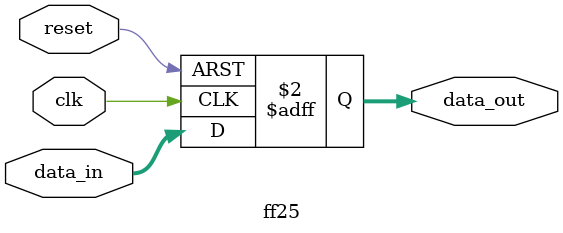
<source format=v>

module ff25(data_in, data_out, clk, reset);

    input clk;
    input reset;

    input [24:0] data_in;
    output reg signed [24:0] data_out;

    always @ (posedge clk or posedge reset) begin
        if(reset) begin
        	data_out <= 0;
        end
        else begin
        	data_out <= data_in;
    	end
    end
endmodule

</source>
